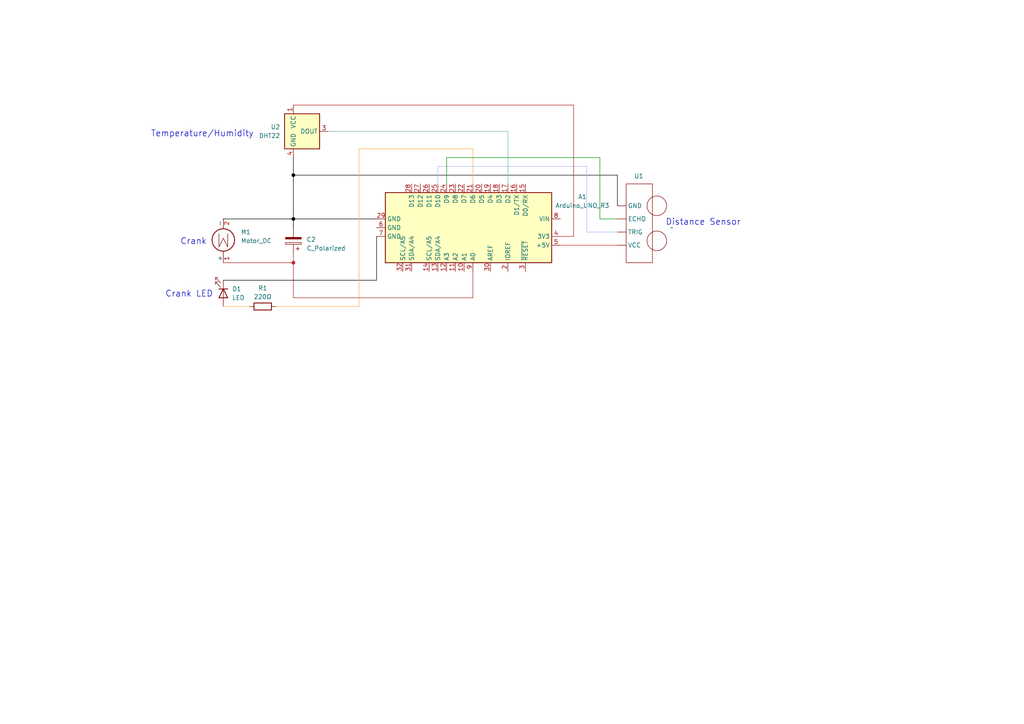
<source format=kicad_sch>
(kicad_sch (version 20250114) (generator "eeschema") (generator_version "9.0")
  (paper "A4")
  (lib_symbols
    (symbol "DHT22_1"
      (property "Reference" "U" (at -3.81 6.35 0))
      (property "Value" "DHT22" (at 3.81 6.35 0))
      (symbol "DHT22_1_0_1"
        (rectangle (start -5.08 5.08) (end 5.08 -5.08) (stroke (width 0.254)) (fill (type background)))
      )
      (symbol "DHT22_1_1_1"
        (pin no_connect line (at -5.08 0 0) (length 2.54) (hide yes) (name "NC") (number "3"))
        (pin power_in line (at -2.54 7.62 270) (length 2.54) (name "VCC") (number "1"))
        (pin power_in line (at -2.54 -7.62 90) (length 2.54) (name "GND") (number "4"))
        (pin output line (at 7.62 0 180) (length 2.54) (name "DOUT") (number "3"))
      )
    )
    (symbol "Device:C_Polarized" (pin_numbers (hide yes)) (pin_names (offset 0.254))
      (property "Reference" "C" (at 0.635 2.54 0))
      (property "Value" "C_Polarized" (at 0.635 -2.54 0))
      (symbol "C_Polarized_0_1"
        (rectangle (start -2.286 0.508) (end 2.286 1.016))
        (polyline (pts (xy -1.778 2.286) (xy -0.762 2.286)))
        (polyline (pts (xy -1.27 2.794) (xy -1.27 1.778)))
        (rectangle (start 2.286 -0.508) (end -2.286 -1.016) (fill (type outline)))
      )
      (symbol "C_Polarized_1_1"
        (pin passive line (at 0 3.81 270) (length 2.794) (name "~") (number "1"))
        (pin passive line (at 0 -3.81 90) (length 2.794) (name "~") (number "2"))
      )
    )
    (symbol "Device:LED" (pin_numbers (hide yes)) (pin_names (offset 1.016) (hide yes))
      (property "Reference" "D" (at 0 2.54 0))
      (property "Value" "LED" (at 0 -2.54 0))
      (symbol "LED_0_1"
        (polyline (pts (xy -3.048 -0.762) (xy -4.572 -2.286) (xy -3.81 -2.286) (xy -4.572 -2.286) (xy -4.572 -1.524)))
        (polyline (pts (xy -1.778 -0.762) (xy -3.302 -2.286) (xy -2.54 -2.286) (xy -3.302 -2.286) (xy -3.302 -1.524)))
        (polyline (pts (xy -1.27 0) (xy 1.27 0)))
        (polyline (pts (xy -1.27 -1.27) (xy -1.27 1.27)) (stroke (width 0.254)))
        (polyline (pts (xy 1.27 -1.27) (xy 1.27 1.27) (xy -1.27 0) (xy 1.27 -1.27)) (stroke (width 0.254)))
      )
      (symbol "LED_1_1"
        (pin passive line (at -3.81 0 0) (length 2.54) (name "K") (number "1"))
        (pin passive line (at 3.81 0 180) (length 2.54) (name "A") (number "2"))
      )
    )
    (symbol "Device:R" (pin_numbers (hide yes)) (pin_names (offset 0))
      (property "Reference" "R" (at 2.032 0 90))
      (property "Value" "R" (at 0 0 90))
      (symbol "R_0_1"
        (rectangle (start -1.016 -2.54) (end 1.016 2.54) (stroke (width 0.254)))
      )
      (symbol "R_1_1"
        (pin passive line (at 0 3.81 270) (length 1.27) (name "~") (number "1"))
        (pin passive line (at 0 -3.81 90) (length 1.27) (name "~") (number "2"))
      )
    )
    (symbol "MCU_Module:Arduino_UNO_R3"
      (property "Reference" "A" (at -10.16 23.495 0))
      (property "Value" "Arduino_UNO_R3" (at 5.08 -26.67 0))
      (symbol "Arduino_UNO_R3_0_1"
        (rectangle (start -10.16 22.86) (end 10.16 -25.4) (stroke (width 0.254)) (fill (type background)))
      )
      (symbol "Arduino_UNO_R3_1_1"
        (pin bidirectional line (at -12.7 15.24 0) (length 2.54) (name "D0/RX") (number "15"))
        (pin bidirectional line (at -12.7 12.7 0) (length 2.54) (name "D1/TX") (number "16"))
        (pin bidirectional line (at -12.7 10.16 0) (length 2.54) (name "D2") (number "17"))
        (pin bidirectional line (at -12.7 7.62 0) (length 2.54) (name "D3") (number "18"))
        (pin bidirectional line (at -12.7 5.08 0) (length 2.54) (name "D4") (number "19"))
        (pin bidirectional line (at -12.7 2.54 0) (length 2.54) (name "D5") (number "20"))
        (pin bidirectional line (at -12.7 0 0) (length 2.54) (name "D6") (number "21"))
        (pin bidirectional line (at -12.7 -2.54 0) (length 2.54) (name "D7") (number "22"))
        (pin bidirectional line (at -12.7 -5.08 0) (length 2.54) (name "D8") (number "23"))
        (pin bidirectional line (at -12.7 -7.62 0) (length 2.54) (name "D9") (number "24"))
        (pin bidirectional line (at -12.7 -10.16 0) (length 2.54) (name "D10") (number "25"))
        (pin bidirectional line (at -12.7 -12.7 0) (length 2.54) (name "D11") (number "26"))
        (pin bidirectional line (at -12.7 -15.24 0) (length 2.54) (name "D12") (number "27"))
        (pin bidirectional line (at -12.7 -17.78 0) (length 2.54) (name "D13") (number "28"))
        (pin no_connect line (at -10.16 -20.32 0) (length 2.54) (hide yes) (name "NC") (number "1"))
        (pin power_in line (at -2.54 25.4 270) (length 2.54) (name "VIN") (number "8"))
        (pin power_in line (at -2.54 -27.94 90) (length 2.54) (name "GND") (number "29"))
        (pin power_in line (at 0 -27.94 90) (length 2.54) (name "GND") (number "6"))
        (pin power_out line (at 2.54 25.4 270) (length 2.54) (name "3V3") (number "4"))
        (pin power_in line (at 2.54 -27.94 90) (length 2.54) (name "GND") (number "7"))
        (pin power_out line (at 5.08 25.4 270) (length 2.54) (name "+5V") (number "5"))
        (pin input line (at 12.7 15.24 180) (length 2.54) (name "~{RESET}") (number "3"))
        (pin output line (at 12.7 10.16 180) (length 2.54) (name "IOREF") (number "2"))
        (pin input line (at 12.7 5.08 180) (length 2.54) (name "AREF") (number "30"))
        (pin bidirectional line (at 12.7 0 180) (length 2.54) (name "A0") (number "9"))
        (pin bidirectional line (at 12.7 -2.54 180) (length 2.54) (name "A1") (number "10"))
        (pin bidirectional line (at 12.7 -5.08 180) (length 2.54) (name "A2") (number "11"))
        (pin bidirectional line (at 12.7 -7.62 180) (length 2.54) (name "A3") (number "12"))
        (pin bidirectional line (at 12.7 -10.16 180) (length 2.54) (name "SDA/A4") (number "13"))
        (pin bidirectional line (at 12.7 -12.7 180) (length 2.54) (name "SCL/A5") (number "14"))
        (pin bidirectional line (at 12.7 -17.78 180) (length 2.54) (name "SDA/A4") (number "31"))
        (pin bidirectional line (at 12.7 -20.32 180) (length 2.54) (name "SCL/A5") (number "32"))
      )
    )
    (symbol "Motor:Motor_DC" (pin_names (offset 0))
      (property "Reference" "M" (at 2.54 2.54 0))
      (property "Value" "Motor_DC" (at 2.54 -5.08 0))
      (symbol "Motor_DC_0_0"
        (polyline (pts (xy -1.27 -3.302) (xy -1.27 0.508) (xy 0 -2.032) (xy 1.27 0.508) (xy 1.27 -3.302)))
      )
      (symbol "Motor_DC_0_1"
        (polyline (pts (xy 0 2.032) (xy 0 2.54)))
        (polyline (pts (xy 0 1.7272) (xy 0 2.0828)))
        (circle (center 0 -1.524) (radius 3.2512) (stroke (width 0.254)))
        (polyline (pts (xy 0 -4.7752) (xy 0 -5.1816)))
        (polyline (pts (xy 0 -7.62) (xy 0 -7.112)))
      )
      (symbol "Motor_DC_1_1"
        (pin passive line (at 0 5.08 270) (length 2.54) (name "+") (number "1"))
        (pin passive line (at 0 -7.62 90) (length 2.54) (name "-") (number "2"))
      )
    )
    (symbol "custom:HC-SR04"
      (property "Reference" "U" (at 0 0 0))
      (symbol "HC-SR04_0_1"
        (circle (center -5.08 5.08) (radius 2.8398))
        (circle (center -5.08 -5.08) (radius 2.8398))
        (rectangle (start -3.81 11.43) (end 3.81 -11.43))
      )
      (symbol "HC-SR04_1_1"
        (pin input line (at 6.35 6.35 180) (length 2.54) (name "VCC") (number ""))
        (pin input line (at 6.35 2.54 180) (length 2.54) (name "TRIG") (number ""))
        (pin output line (at 6.35 -1.27 180) (length 2.54) (name "ECHO") (number ""))
        (pin output line (at 6.35 -5.08 180) (length 2.54) (name "GND") (number ""))
      )
    )
  )
  (text "Temperature/Humidity" (at 58.674 38.862 0) (effects (font (size 1.778 1.778))))
  (text "Distance Sensor" (at 203.962 64.516 0) (effects (font (size 1.778 1.778))))
  (text "Crank LED" (at 54.864 85.344 0) (effects (font (size 1.778 1.778))))
  (text "Crank" (at 56.134 70.104 0) (effects (font (size 1.778 1.778))))
  (junction (at 85.09 76.2) (color 173 36 38 1))
  (junction (at 85.09 50.8) (color 0 0 0 1))
  (junction (at 85.09 63.5) (color 0 0 0 1))
  (wire (pts (xy 137.16 86.36) (xy 137.16 78.74)) (stroke (width 0) (color 173 36 38 1)))
  (wire (pts (xy 179.07 63.5) (xy 173.99 63.5)))
  (wire (pts (xy 104.14 88.9) (xy 104.14 43.18)) (stroke (width 0) (color 255 174 67 1)))
  (wire (pts (xy 64.77 81.28) (xy 109.22 81.28)) (stroke (width 0) (color 0 0 0 1)))
  (wire (pts (xy 109.22 81.28) (xy 109.22 68.58)) (stroke (width 0) (color 0 0 0 1)))
  (wire (pts (xy 64.77 63.5) (xy 85.09 63.5)) (stroke (width 0) (color 0 0 0 1)))
  (wire (pts (xy 85.09 30.48) (xy 166.37 30.48)) (stroke (width 0) (color 180 30 21 1)))
  (wire (pts (xy 179.07 67.31) (xy 170.18 67.31)) (stroke (width 0) (color 165 181 255 1)))
  (wire (pts (xy 170.18 67.31) (xy 170.18 48.26)) (stroke (width 0) (color 165 181 255 1)))
  (wire (pts (xy 137.16 43.18) (xy 137.16 53.34)) (stroke (width 0) (color 255 174 67 1)))
  (wire (pts (xy 85.09 45.72) (xy 85.09 50.8)) (stroke (width 0) (color 0 0 0 1)))
  (wire (pts (xy 64.77 88.9) (xy 72.39 88.9)) (stroke (width 0) (color 255 174 67 1)))
  (wire (pts (xy 95.25 38.1) (xy 147.32 38.1)) (stroke (width 0) (color 109 180 172 1)))
  (wire (pts (xy 85.09 76.2) (xy 85.09 73.66)) (stroke (width 0) (color 173 36 38 1)))
  (wire (pts (xy 170.18 48.26) (xy 127 48.26)) (stroke (width 0) (color 165 181 255 1)))
  (wire (pts (xy 166.37 68.58) (xy 162.56 68.58)) (stroke (width 0) (color 180 30 21 1)))
  (wire (pts (xy 104.14 43.18) (xy 137.16 43.18)) (stroke (width 0) (color 255 174 67 1)))
  (wire (pts (xy 85.09 63.5) (xy 85.09 66.04)) (stroke (width 0) (color 0 0 0 1)))
  (wire (pts (xy 64.77 76.2) (xy 85.09 76.2)) (stroke (width 0) (color 173 36 38 1)))
  (wire (pts (xy 85.09 76.2) (xy 85.09 86.36)) (stroke (width 0) (color 173 36 38 1)))
  (wire (pts (xy 179.07 59.69) (xy 179.07 50.8)) (stroke (width 0) (color 0 0 0 1)))
  (wire (pts (xy 166.37 30.48) (xy 166.37 68.58)) (stroke (width 0) (color 180 30 21 1)))
  (wire (pts (xy 80.01 88.9) (xy 104.14 88.9)) (stroke (width 0) (color 255 174 67 1)))
  (wire (pts (xy 173.99 45.72) (xy 129.54 45.72)))
  (wire (pts (xy 85.09 86.36) (xy 137.16 86.36)) (stroke (width 0) (color 173 36 38 1)))
  (wire (pts (xy 129.54 45.72) (xy 129.54 53.34)))
  (wire (pts (xy 179.07 50.8) (xy 85.09 50.8)) (stroke (width 0) (color 0 0 0 1)))
  (wire (pts (xy 147.32 38.1) (xy 147.32 53.34)) (stroke (width 0) (color 109 180 172 1)))
  (wire (pts (xy 162.56 71.12) (xy 179.07 71.12)) (stroke (width 0) (color 205 49 42 1)))
  (wire (pts (xy 85.09 63.5) (xy 109.22 63.5)) (stroke (width 0) (color 0 0 0 1)))
  (wire (pts (xy 173.99 63.5) (xy 173.99 45.72)))
  (wire (pts (xy 127 48.26) (xy 127 53.34)) (stroke (width 0) (color 165 181 255 1)))
  (wire (pts (xy 85.09 50.8) (xy 85.09 63.5)) (stroke (width 0) (color 0 0 0 1)))
  (symbol (lib_id "Device:R") (at 76.2 88.9 90) (unit 1)
    (property "Reference" "R1" (at 76.2 83.566 90))
    (property "Value" "220Ω" (at 76.2 86.106 90))
    (property "Description" "Resistor" (effects (hide yes)))
  )
  (symbol (lib_id "MCU_Module:Arduino_UNO_R3") (at 137.16 66.04 270) (unit 1)
    (property "Reference" "A1" (at 168.91 57.0798 90))
    (property "Value" "Arduino_UNO_R3" (at 168.91 59.6198 90))
    (property "Footprint" "Module:Arduino_UNO_R3" (effects (hide yes)))
    (property "Datasheet" "https://www.arduino.cc/en/Main/arduinoBoardUno" (effects (hide yes)))
    (property "Description" "Arduino UNO Microcontroller Module, release 3" (effects (hide yes)))
  )
  (symbol (lib_id "custom:HC-SR04") (at 185.42 64.77 180) (unit 1)
    (property "Reference" "U1" (at 183.896 51.054 0) (effects (justify right)))
    (property "Value" "~" (at 194.31 66.04 0) (effects (justify right)))
  )
  (symbol (lib_id "Device:LED") (at 64.77 85.09 270) (unit 1)
    (property "Reference" "D1" (at 67.31 83.82 90) (effects (justify left)))
    (property "Value" "LED" (at 67.31 86.36 90) (effects (justify left)))
    (property "Description" "Light emitting diode" (effects (hide yes)))
    (property "Sim.Pins" "1=K 2=A" (effects (hide yes)))
  )
  (symbol (lib_id "Device:C_Polarized") (at 85.09 69.85 180) (unit 1)
    (property "Reference" "C2" (at 88.9 69.4689 0) (effects (justify right)))
    (property "Value" "C_Polarized" (at 88.9 72.0089 0) (effects (justify right)))
    (property "Description" "Polarized capacitor" (effects (hide yes)))
  )
  (symbol (lib_id "Motor:Motor_DC") (at 64.77 71.12 180) (unit 1)
    (property "Reference" "M1" (at 69.85 67.3099 0) (effects (justify right)))
    (property "Value" "Motor_DC" (at 69.85 69.8499 0) (effects (justify right)))
    (property "Description" "DC Motor" (effects (hide yes)))
  )
  (symbol (lib_name "DHT22_1") (lib_id "custom:DHT22") (at 87.63 38.1 0) (unit 1)
    (property "Reference" "U2" (at 81.28 36.8299 0) (effects (justify right)))
    (property "Value" "DHT22" (at 81.28 39.3699 0) (effects (justify right)))
    (property "Footprint" "Sensor:Aosong_DHT11_5.5x12.0_P2.54mm" (effects (hide yes)))
    (property "Datasheet" "http://akizukidenshi.com/download/ds/aosong/DHT11.pdf" (effects (hide yes)))
    (property "Description" "3.3V to 5.5V, temperature and humidity module, DHT11" (effects (hide yes)))
  )
)
</source>
